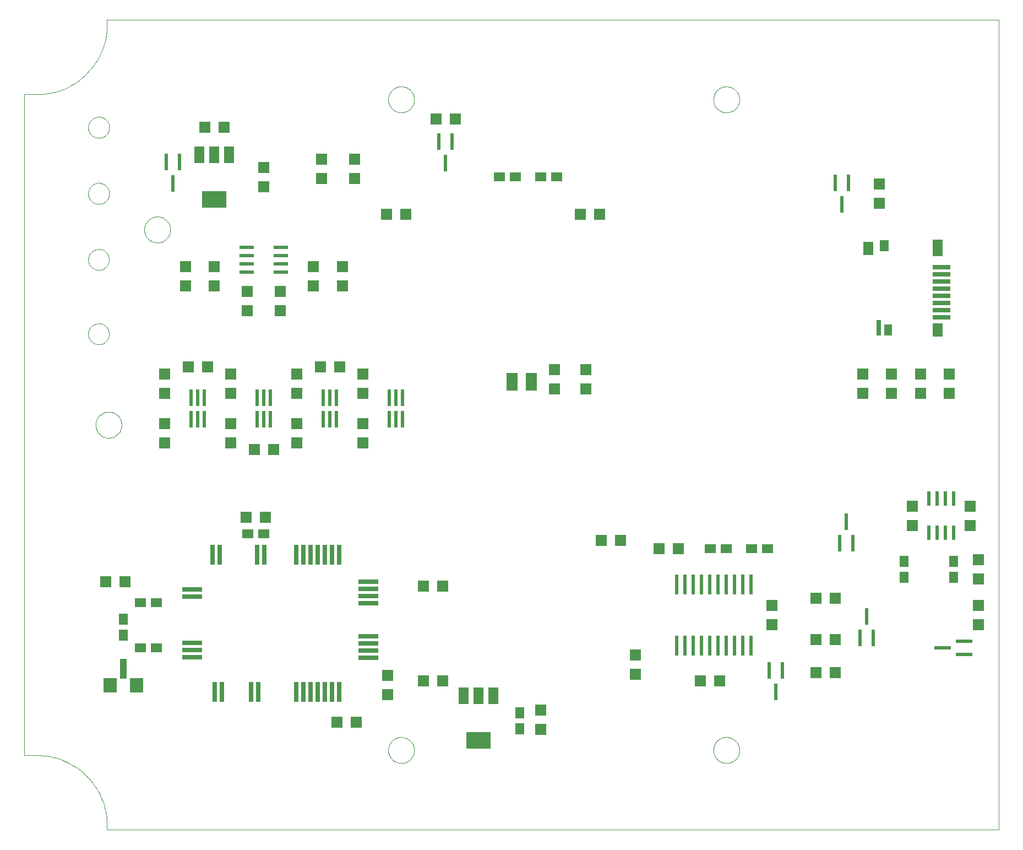
<source format=gtp>
G75*
G70*
%OFA0B0*%
%FSLAX24Y24*%
%IPPOS*%
%LPD*%
%AMOC8*
5,1,8,0,0,1.08239X$1,22.5*
%
%ADD10R,0.0709X0.0551*%
%ADD11R,0.0220X0.1020*%
%ADD12R,0.0240X0.0870*%
%ADD13R,0.0710X0.0709*%
%ADD14R,0.0709X0.0710*%
%ADD15R,0.1020X0.0220*%
%ADD16R,0.0709X0.1100*%
%ADD17R,0.1083X0.0276*%
%ADD18R,0.0591X0.0984*%
%ADD19R,0.0591X0.0827*%
%ADD20R,0.0512X0.0709*%
%ADD21R,0.0315X0.0965*%
%ADD22R,0.0551X0.0709*%
%ADD23R,0.0610X0.0787*%
%ADD24R,0.0240X0.1200*%
%ADD25R,0.0260X0.1200*%
%ADD26R,0.1200X0.0260*%
%ADD27R,0.0400X0.1200*%
%ADD28R,0.0840X0.0880*%
%ADD29C,0.0000*%
%ADD30R,0.0870X0.0240*%
%ADD31R,0.0600X0.1000*%
%ADD32R,0.1450X0.1000*%
D10*
X010193Y014175D03*
X011157Y014175D03*
X011157Y016925D03*
X010193Y016925D03*
X016693Y021075D03*
X017657Y021075D03*
X044693Y020175D03*
X045657Y020175D03*
X047193Y020175D03*
X048157Y020175D03*
X035407Y042675D03*
X034443Y042675D03*
X032907Y042675D03*
X031943Y042675D03*
D11*
X028675Y043525D03*
X028275Y044825D03*
X029075Y044825D03*
X012575Y043575D03*
X011775Y043575D03*
X012175Y042275D03*
X013275Y029325D03*
X013675Y029325D03*
X014075Y029325D03*
X014075Y028025D03*
X013675Y028025D03*
X013275Y028025D03*
X017275Y028025D03*
X017675Y028025D03*
X018075Y028025D03*
X018075Y029325D03*
X017675Y029325D03*
X017275Y029325D03*
X021275Y029325D03*
X021675Y029325D03*
X022075Y029325D03*
X022075Y028025D03*
X021675Y028025D03*
X021275Y028025D03*
X025275Y028025D03*
X025675Y028025D03*
X026075Y028025D03*
X026075Y029325D03*
X025675Y029325D03*
X025275Y029325D03*
X048275Y012825D03*
X049075Y012825D03*
X048675Y011525D03*
X053775Y014775D03*
X054575Y014775D03*
X054175Y016075D03*
X053325Y020525D03*
X052525Y020525D03*
X052925Y021825D03*
X052675Y041025D03*
X052275Y042325D03*
X053075Y042325D03*
D12*
X057925Y023205D03*
X058425Y023205D03*
X058925Y023205D03*
X059425Y023205D03*
X059425Y021145D03*
X058925Y021145D03*
X058425Y021145D03*
X057925Y021145D03*
D13*
X056925Y021585D03*
X056925Y022765D03*
X060425Y022765D03*
X060425Y021585D03*
X060925Y019515D03*
X060925Y018335D03*
X060925Y016765D03*
X060925Y015585D03*
X048425Y015585D03*
X048425Y016765D03*
X040175Y013765D03*
X040175Y012585D03*
X034425Y010415D03*
X034425Y009235D03*
X025175Y011335D03*
X025175Y012515D03*
X023675Y026585D03*
X023675Y027765D03*
X023675Y029585D03*
X023675Y030765D03*
X019675Y030765D03*
X019675Y029585D03*
X019675Y027765D03*
X019675Y026585D03*
X015675Y026585D03*
X015675Y027765D03*
X015675Y029585D03*
X015675Y030765D03*
X011675Y030765D03*
X011675Y029585D03*
X011675Y027765D03*
X011675Y026585D03*
X016675Y034585D03*
X016675Y035765D03*
X018675Y035765D03*
X018675Y034585D03*
X020675Y036085D03*
X020675Y037265D03*
X022425Y037265D03*
X022425Y036085D03*
X014675Y036085D03*
X014675Y037265D03*
X012925Y037265D03*
X012925Y036085D03*
X017675Y042085D03*
X017675Y043265D03*
X021175Y043765D03*
X023175Y043765D03*
X023175Y042585D03*
X021175Y042585D03*
X035275Y031015D03*
X037175Y031015D03*
X037175Y029835D03*
X035275Y029835D03*
X053925Y029585D03*
X055675Y029585D03*
X055675Y030765D03*
X053925Y030765D03*
X057425Y030765D03*
X057425Y029585D03*
X059175Y029585D03*
X059175Y030765D03*
X054925Y041085D03*
X054925Y042265D03*
D14*
X038015Y040425D03*
X036835Y040425D03*
X029265Y046175D03*
X028085Y046175D03*
X026265Y040425D03*
X025085Y040425D03*
X015265Y045675D03*
X014085Y045675D03*
X014265Y031175D03*
X013085Y031175D03*
X017085Y026175D03*
X018265Y026175D03*
X017765Y022075D03*
X016585Y022075D03*
X009265Y018175D03*
X008085Y018175D03*
X022085Y009675D03*
X023265Y009675D03*
X027335Y012175D03*
X028515Y012175D03*
X028515Y017925D03*
X027335Y017925D03*
X038085Y020675D03*
X039265Y020675D03*
X041585Y020175D03*
X042765Y020175D03*
X051085Y017175D03*
X052265Y017175D03*
X052265Y014675D03*
X051085Y014675D03*
X051085Y012675D03*
X052265Y012675D03*
X045265Y012175D03*
X044085Y012175D03*
X022265Y031175D03*
X021085Y031175D03*
D15*
X058775Y014175D03*
X060075Y013775D03*
X060075Y014575D03*
D16*
X033865Y030275D03*
X032685Y030275D03*
D17*
X058716Y034175D03*
X058716Y034608D03*
X058716Y035041D03*
X058716Y035474D03*
X058716Y035907D03*
X058716Y036340D03*
X058716Y036773D03*
X058716Y037206D03*
D18*
X058470Y038368D03*
D19*
X058470Y033427D03*
D20*
X055478Y033407D03*
D21*
X054888Y033535D03*
D22*
X055222Y038506D03*
X056425Y019407D03*
X056425Y018443D03*
X059425Y018443D03*
X059425Y019407D03*
X033175Y010257D03*
X033175Y009293D03*
X009175Y014943D03*
X009175Y015907D03*
D23*
X054268Y038348D03*
D24*
X047175Y018025D03*
X046675Y018025D03*
X046175Y018025D03*
X045675Y018025D03*
X045175Y018025D03*
X044675Y018025D03*
X044175Y018025D03*
X043675Y018025D03*
X043175Y018025D03*
X042675Y018025D03*
X042675Y014325D03*
X043175Y014325D03*
X043675Y014325D03*
X044175Y014325D03*
X044675Y014325D03*
X045175Y014325D03*
X045675Y014325D03*
X046175Y014325D03*
X046675Y014325D03*
X047175Y014325D03*
D25*
X022218Y011527D03*
X021785Y011527D03*
X021352Y011527D03*
X020919Y011527D03*
X020486Y011527D03*
X020053Y011527D03*
X019620Y011527D03*
X017336Y011527D03*
X016903Y011527D03*
X015132Y011527D03*
X014699Y011527D03*
X014581Y019823D03*
X015014Y019823D03*
X017258Y019823D03*
X017691Y019823D03*
X019620Y019823D03*
X020053Y019823D03*
X020486Y019823D03*
X020919Y019823D03*
X021352Y019823D03*
X021785Y019823D03*
X022218Y019823D03*
D26*
X024004Y018195D03*
X024004Y017762D03*
X024004Y017329D03*
X024004Y016895D03*
X024004Y014888D03*
X024004Y014455D03*
X024004Y014021D03*
X024004Y013588D03*
X013346Y013628D03*
X013346Y014061D03*
X013346Y014494D03*
X013346Y017289D03*
X013346Y017722D03*
D27*
X009175Y012925D03*
D28*
X008375Y011925D03*
X009975Y011925D03*
D29*
X003675Y007675D02*
X003884Y007682D01*
X004093Y007679D01*
X004301Y007665D01*
X004509Y007642D01*
X004715Y007608D01*
X004919Y007564D01*
X005121Y007510D01*
X005320Y007447D01*
X005516Y007374D01*
X005708Y007291D01*
X005895Y007199D01*
X006078Y007097D01*
X006256Y006987D01*
X006428Y006869D01*
X006594Y006742D01*
X006753Y006607D01*
X006906Y006464D01*
X007051Y006314D01*
X007189Y006157D01*
X007320Y005994D01*
X007442Y005824D01*
X007555Y005649D01*
X007660Y005468D01*
X007756Y005282D01*
X007842Y005092D01*
X007919Y004898D01*
X007987Y004700D01*
X008044Y004499D01*
X008092Y004296D01*
X008130Y004090D01*
X008157Y003883D01*
X008175Y003675D01*
X008175Y003175D01*
X062175Y003175D01*
X062175Y052175D01*
X008175Y052175D01*
X008175Y051675D01*
X008158Y051473D01*
X008132Y051272D01*
X008096Y051073D01*
X008051Y050875D01*
X007996Y050680D01*
X007932Y050488D01*
X007859Y050299D01*
X007777Y050113D01*
X007687Y049932D01*
X007588Y049756D01*
X007480Y049584D01*
X007365Y049417D01*
X007242Y049256D01*
X007111Y049102D01*
X006973Y048953D01*
X006828Y048811D01*
X006677Y048677D01*
X006519Y048550D01*
X006355Y048430D01*
X006186Y048318D01*
X006012Y048215D01*
X005833Y048120D01*
X005650Y048033D01*
X005463Y047956D01*
X005272Y047887D01*
X005079Y047827D01*
X004882Y047777D01*
X004684Y047736D01*
X004484Y047705D01*
X004282Y047683D01*
X004080Y047671D01*
X003878Y047668D01*
X003675Y047675D01*
X003175Y047675D01*
X003175Y007675D01*
X003675Y007675D01*
X025203Y007990D02*
X025205Y008046D01*
X025211Y008101D01*
X025221Y008155D01*
X025234Y008209D01*
X025252Y008262D01*
X025273Y008313D01*
X025297Y008363D01*
X025325Y008411D01*
X025357Y008457D01*
X025391Y008501D01*
X025429Y008542D01*
X025469Y008580D01*
X025512Y008615D01*
X025557Y008647D01*
X025605Y008676D01*
X025654Y008702D01*
X025705Y008724D01*
X025757Y008742D01*
X025811Y008756D01*
X025866Y008767D01*
X025921Y008774D01*
X025976Y008777D01*
X026032Y008776D01*
X026087Y008771D01*
X026142Y008762D01*
X026196Y008750D01*
X026249Y008733D01*
X026301Y008713D01*
X026351Y008689D01*
X026399Y008662D01*
X026446Y008632D01*
X026490Y008598D01*
X026532Y008561D01*
X026570Y008521D01*
X026607Y008479D01*
X026640Y008434D01*
X026669Y008388D01*
X026696Y008339D01*
X026718Y008288D01*
X026738Y008236D01*
X026753Y008182D01*
X026765Y008128D01*
X026773Y008073D01*
X026777Y008018D01*
X026777Y007962D01*
X026773Y007907D01*
X026765Y007852D01*
X026753Y007798D01*
X026738Y007744D01*
X026718Y007692D01*
X026696Y007641D01*
X026669Y007592D01*
X026640Y007546D01*
X026607Y007501D01*
X026570Y007459D01*
X026532Y007419D01*
X026490Y007382D01*
X026446Y007348D01*
X026399Y007318D01*
X026351Y007291D01*
X026301Y007267D01*
X026249Y007247D01*
X026196Y007230D01*
X026142Y007218D01*
X026087Y007209D01*
X026032Y007204D01*
X025976Y007203D01*
X025921Y007206D01*
X025866Y007213D01*
X025811Y007224D01*
X025757Y007238D01*
X025705Y007256D01*
X025654Y007278D01*
X025605Y007304D01*
X025557Y007333D01*
X025512Y007365D01*
X025469Y007400D01*
X025429Y007438D01*
X025391Y007479D01*
X025357Y007523D01*
X025325Y007569D01*
X025297Y007617D01*
X025273Y007667D01*
X025252Y007718D01*
X025234Y007771D01*
X025221Y007825D01*
X025211Y007879D01*
X025205Y007934D01*
X025203Y007990D01*
X044888Y007990D02*
X044890Y008046D01*
X044896Y008101D01*
X044906Y008155D01*
X044919Y008209D01*
X044937Y008262D01*
X044958Y008313D01*
X044982Y008363D01*
X045010Y008411D01*
X045042Y008457D01*
X045076Y008501D01*
X045114Y008542D01*
X045154Y008580D01*
X045197Y008615D01*
X045242Y008647D01*
X045290Y008676D01*
X045339Y008702D01*
X045390Y008724D01*
X045442Y008742D01*
X045496Y008756D01*
X045551Y008767D01*
X045606Y008774D01*
X045661Y008777D01*
X045717Y008776D01*
X045772Y008771D01*
X045827Y008762D01*
X045881Y008750D01*
X045934Y008733D01*
X045986Y008713D01*
X046036Y008689D01*
X046084Y008662D01*
X046131Y008632D01*
X046175Y008598D01*
X046217Y008561D01*
X046255Y008521D01*
X046292Y008479D01*
X046325Y008434D01*
X046354Y008388D01*
X046381Y008339D01*
X046403Y008288D01*
X046423Y008236D01*
X046438Y008182D01*
X046450Y008128D01*
X046458Y008073D01*
X046462Y008018D01*
X046462Y007962D01*
X046458Y007907D01*
X046450Y007852D01*
X046438Y007798D01*
X046423Y007744D01*
X046403Y007692D01*
X046381Y007641D01*
X046354Y007592D01*
X046325Y007546D01*
X046292Y007501D01*
X046255Y007459D01*
X046217Y007419D01*
X046175Y007382D01*
X046131Y007348D01*
X046084Y007318D01*
X046036Y007291D01*
X045986Y007267D01*
X045934Y007247D01*
X045881Y007230D01*
X045827Y007218D01*
X045772Y007209D01*
X045717Y007204D01*
X045661Y007203D01*
X045606Y007206D01*
X045551Y007213D01*
X045496Y007224D01*
X045442Y007238D01*
X045390Y007256D01*
X045339Y007278D01*
X045290Y007304D01*
X045242Y007333D01*
X045197Y007365D01*
X045154Y007400D01*
X045114Y007438D01*
X045076Y007479D01*
X045042Y007523D01*
X045010Y007569D01*
X044982Y007617D01*
X044958Y007667D01*
X044937Y007718D01*
X044919Y007771D01*
X044906Y007825D01*
X044896Y007879D01*
X044890Y007934D01*
X044888Y007990D01*
X007486Y027675D02*
X007488Y027731D01*
X007494Y027786D01*
X007504Y027840D01*
X007517Y027894D01*
X007535Y027947D01*
X007556Y027998D01*
X007580Y028048D01*
X007608Y028096D01*
X007640Y028142D01*
X007674Y028186D01*
X007712Y028227D01*
X007752Y028265D01*
X007795Y028300D01*
X007840Y028332D01*
X007888Y028361D01*
X007937Y028387D01*
X007988Y028409D01*
X008040Y028427D01*
X008094Y028441D01*
X008149Y028452D01*
X008204Y028459D01*
X008259Y028462D01*
X008315Y028461D01*
X008370Y028456D01*
X008425Y028447D01*
X008479Y028435D01*
X008532Y028418D01*
X008584Y028398D01*
X008634Y028374D01*
X008682Y028347D01*
X008729Y028317D01*
X008773Y028283D01*
X008815Y028246D01*
X008853Y028206D01*
X008890Y028164D01*
X008923Y028119D01*
X008952Y028073D01*
X008979Y028024D01*
X009001Y027973D01*
X009021Y027921D01*
X009036Y027867D01*
X009048Y027813D01*
X009056Y027758D01*
X009060Y027703D01*
X009060Y027647D01*
X009056Y027592D01*
X009048Y027537D01*
X009036Y027483D01*
X009021Y027429D01*
X009001Y027377D01*
X008979Y027326D01*
X008952Y027277D01*
X008923Y027231D01*
X008890Y027186D01*
X008853Y027144D01*
X008815Y027104D01*
X008773Y027067D01*
X008729Y027033D01*
X008682Y027003D01*
X008634Y026976D01*
X008584Y026952D01*
X008532Y026932D01*
X008479Y026915D01*
X008425Y026903D01*
X008370Y026894D01*
X008315Y026889D01*
X008259Y026888D01*
X008204Y026891D01*
X008149Y026898D01*
X008094Y026909D01*
X008040Y026923D01*
X007988Y026941D01*
X007937Y026963D01*
X007888Y026989D01*
X007840Y027018D01*
X007795Y027050D01*
X007752Y027085D01*
X007712Y027123D01*
X007674Y027164D01*
X007640Y027208D01*
X007608Y027254D01*
X007580Y027302D01*
X007556Y027352D01*
X007535Y027403D01*
X007517Y027456D01*
X007504Y027510D01*
X007494Y027564D01*
X007488Y027619D01*
X007486Y027675D01*
X007045Y033175D02*
X007047Y033225D01*
X007053Y033275D01*
X007063Y033324D01*
X007077Y033372D01*
X007094Y033419D01*
X007115Y033464D01*
X007140Y033508D01*
X007168Y033549D01*
X007200Y033588D01*
X007234Y033625D01*
X007271Y033659D01*
X007311Y033689D01*
X007353Y033716D01*
X007397Y033740D01*
X007443Y033761D01*
X007490Y033777D01*
X007538Y033790D01*
X007588Y033799D01*
X007637Y033804D01*
X007688Y033805D01*
X007738Y033802D01*
X007787Y033795D01*
X007836Y033784D01*
X007884Y033769D01*
X007930Y033751D01*
X007975Y033729D01*
X008018Y033703D01*
X008059Y033674D01*
X008098Y033642D01*
X008134Y033607D01*
X008166Y033569D01*
X008196Y033529D01*
X008223Y033486D01*
X008246Y033442D01*
X008265Y033396D01*
X008281Y033348D01*
X008293Y033299D01*
X008301Y033250D01*
X008305Y033200D01*
X008305Y033150D01*
X008301Y033100D01*
X008293Y033051D01*
X008281Y033002D01*
X008265Y032954D01*
X008246Y032908D01*
X008223Y032864D01*
X008196Y032821D01*
X008166Y032781D01*
X008134Y032743D01*
X008098Y032708D01*
X008059Y032676D01*
X008018Y032647D01*
X007975Y032621D01*
X007930Y032599D01*
X007884Y032581D01*
X007836Y032566D01*
X007787Y032555D01*
X007738Y032548D01*
X007688Y032545D01*
X007637Y032546D01*
X007588Y032551D01*
X007538Y032560D01*
X007490Y032573D01*
X007443Y032589D01*
X007397Y032610D01*
X007353Y032634D01*
X007311Y032661D01*
X007271Y032691D01*
X007234Y032725D01*
X007200Y032762D01*
X007168Y032801D01*
X007140Y032842D01*
X007115Y032886D01*
X007094Y032931D01*
X007077Y032978D01*
X007063Y033026D01*
X007053Y033075D01*
X007047Y033125D01*
X007045Y033175D01*
X007045Y037675D02*
X007047Y037725D01*
X007053Y037775D01*
X007063Y037824D01*
X007077Y037872D01*
X007094Y037919D01*
X007115Y037964D01*
X007140Y038008D01*
X007168Y038049D01*
X007200Y038088D01*
X007234Y038125D01*
X007271Y038159D01*
X007311Y038189D01*
X007353Y038216D01*
X007397Y038240D01*
X007443Y038261D01*
X007490Y038277D01*
X007538Y038290D01*
X007588Y038299D01*
X007637Y038304D01*
X007688Y038305D01*
X007738Y038302D01*
X007787Y038295D01*
X007836Y038284D01*
X007884Y038269D01*
X007930Y038251D01*
X007975Y038229D01*
X008018Y038203D01*
X008059Y038174D01*
X008098Y038142D01*
X008134Y038107D01*
X008166Y038069D01*
X008196Y038029D01*
X008223Y037986D01*
X008246Y037942D01*
X008265Y037896D01*
X008281Y037848D01*
X008293Y037799D01*
X008301Y037750D01*
X008305Y037700D01*
X008305Y037650D01*
X008301Y037600D01*
X008293Y037551D01*
X008281Y037502D01*
X008265Y037454D01*
X008246Y037408D01*
X008223Y037364D01*
X008196Y037321D01*
X008166Y037281D01*
X008134Y037243D01*
X008098Y037208D01*
X008059Y037176D01*
X008018Y037147D01*
X007975Y037121D01*
X007930Y037099D01*
X007884Y037081D01*
X007836Y037066D01*
X007787Y037055D01*
X007738Y037048D01*
X007688Y037045D01*
X007637Y037046D01*
X007588Y037051D01*
X007538Y037060D01*
X007490Y037073D01*
X007443Y037089D01*
X007397Y037110D01*
X007353Y037134D01*
X007311Y037161D01*
X007271Y037191D01*
X007234Y037225D01*
X007200Y037262D01*
X007168Y037301D01*
X007140Y037342D01*
X007115Y037386D01*
X007094Y037431D01*
X007077Y037478D01*
X007063Y037526D01*
X007053Y037575D01*
X007047Y037625D01*
X007045Y037675D01*
X010439Y039486D02*
X010441Y039542D01*
X010447Y039597D01*
X010457Y039651D01*
X010470Y039705D01*
X010488Y039758D01*
X010509Y039809D01*
X010533Y039859D01*
X010561Y039907D01*
X010593Y039953D01*
X010627Y039997D01*
X010665Y040038D01*
X010705Y040076D01*
X010748Y040111D01*
X010793Y040143D01*
X010841Y040172D01*
X010890Y040198D01*
X010941Y040220D01*
X010993Y040238D01*
X011047Y040252D01*
X011102Y040263D01*
X011157Y040270D01*
X011212Y040273D01*
X011268Y040272D01*
X011323Y040267D01*
X011378Y040258D01*
X011432Y040246D01*
X011485Y040229D01*
X011537Y040209D01*
X011587Y040185D01*
X011635Y040158D01*
X011682Y040128D01*
X011726Y040094D01*
X011768Y040057D01*
X011806Y040017D01*
X011843Y039975D01*
X011876Y039930D01*
X011905Y039884D01*
X011932Y039835D01*
X011954Y039784D01*
X011974Y039732D01*
X011989Y039678D01*
X012001Y039624D01*
X012009Y039569D01*
X012013Y039514D01*
X012013Y039458D01*
X012009Y039403D01*
X012001Y039348D01*
X011989Y039294D01*
X011974Y039240D01*
X011954Y039188D01*
X011932Y039137D01*
X011905Y039088D01*
X011876Y039042D01*
X011843Y038997D01*
X011806Y038955D01*
X011768Y038915D01*
X011726Y038878D01*
X011682Y038844D01*
X011635Y038814D01*
X011587Y038787D01*
X011537Y038763D01*
X011485Y038743D01*
X011432Y038726D01*
X011378Y038714D01*
X011323Y038705D01*
X011268Y038700D01*
X011212Y038699D01*
X011157Y038702D01*
X011102Y038709D01*
X011047Y038720D01*
X010993Y038734D01*
X010941Y038752D01*
X010890Y038774D01*
X010841Y038800D01*
X010793Y038829D01*
X010748Y038861D01*
X010705Y038896D01*
X010665Y038934D01*
X010627Y038975D01*
X010593Y039019D01*
X010561Y039065D01*
X010533Y039113D01*
X010509Y039163D01*
X010488Y039214D01*
X010470Y039267D01*
X010457Y039321D01*
X010447Y039375D01*
X010441Y039430D01*
X010439Y039486D01*
X007035Y041675D02*
X007037Y041725D01*
X007043Y041775D01*
X007053Y041824D01*
X007066Y041873D01*
X007084Y041920D01*
X007105Y041966D01*
X007129Y042009D01*
X007157Y042051D01*
X007188Y042091D01*
X007222Y042128D01*
X007259Y042162D01*
X007299Y042193D01*
X007341Y042221D01*
X007384Y042245D01*
X007430Y042266D01*
X007477Y042284D01*
X007526Y042297D01*
X007575Y042307D01*
X007625Y042313D01*
X007675Y042315D01*
X007725Y042313D01*
X007775Y042307D01*
X007824Y042297D01*
X007873Y042284D01*
X007920Y042266D01*
X007966Y042245D01*
X008009Y042221D01*
X008051Y042193D01*
X008091Y042162D01*
X008128Y042128D01*
X008162Y042091D01*
X008193Y042051D01*
X008221Y042009D01*
X008245Y041966D01*
X008266Y041920D01*
X008284Y041873D01*
X008297Y041824D01*
X008307Y041775D01*
X008313Y041725D01*
X008315Y041675D01*
X008313Y041625D01*
X008307Y041575D01*
X008297Y041526D01*
X008284Y041477D01*
X008266Y041430D01*
X008245Y041384D01*
X008221Y041341D01*
X008193Y041299D01*
X008162Y041259D01*
X008128Y041222D01*
X008091Y041188D01*
X008051Y041157D01*
X008009Y041129D01*
X007966Y041105D01*
X007920Y041084D01*
X007873Y041066D01*
X007824Y041053D01*
X007775Y041043D01*
X007725Y041037D01*
X007675Y041035D01*
X007625Y041037D01*
X007575Y041043D01*
X007526Y041053D01*
X007477Y041066D01*
X007430Y041084D01*
X007384Y041105D01*
X007341Y041129D01*
X007299Y041157D01*
X007259Y041188D01*
X007222Y041222D01*
X007188Y041259D01*
X007157Y041299D01*
X007129Y041341D01*
X007105Y041384D01*
X007084Y041430D01*
X007066Y041477D01*
X007053Y041526D01*
X007043Y041575D01*
X007037Y041625D01*
X007035Y041675D01*
X007035Y045675D02*
X007037Y045725D01*
X007043Y045775D01*
X007053Y045824D01*
X007066Y045873D01*
X007084Y045920D01*
X007105Y045966D01*
X007129Y046009D01*
X007157Y046051D01*
X007188Y046091D01*
X007222Y046128D01*
X007259Y046162D01*
X007299Y046193D01*
X007341Y046221D01*
X007384Y046245D01*
X007430Y046266D01*
X007477Y046284D01*
X007526Y046297D01*
X007575Y046307D01*
X007625Y046313D01*
X007675Y046315D01*
X007725Y046313D01*
X007775Y046307D01*
X007824Y046297D01*
X007873Y046284D01*
X007920Y046266D01*
X007966Y046245D01*
X008009Y046221D01*
X008051Y046193D01*
X008091Y046162D01*
X008128Y046128D01*
X008162Y046091D01*
X008193Y046051D01*
X008221Y046009D01*
X008245Y045966D01*
X008266Y045920D01*
X008284Y045873D01*
X008297Y045824D01*
X008307Y045775D01*
X008313Y045725D01*
X008315Y045675D01*
X008313Y045625D01*
X008307Y045575D01*
X008297Y045526D01*
X008284Y045477D01*
X008266Y045430D01*
X008245Y045384D01*
X008221Y045341D01*
X008193Y045299D01*
X008162Y045259D01*
X008128Y045222D01*
X008091Y045188D01*
X008051Y045157D01*
X008009Y045129D01*
X007966Y045105D01*
X007920Y045084D01*
X007873Y045066D01*
X007824Y045053D01*
X007775Y045043D01*
X007725Y045037D01*
X007675Y045035D01*
X007625Y045037D01*
X007575Y045043D01*
X007526Y045053D01*
X007477Y045066D01*
X007430Y045084D01*
X007384Y045105D01*
X007341Y045129D01*
X007299Y045157D01*
X007259Y045188D01*
X007222Y045222D01*
X007188Y045259D01*
X007157Y045299D01*
X007129Y045341D01*
X007105Y045384D01*
X007084Y045430D01*
X007066Y045477D01*
X007053Y045526D01*
X007043Y045575D01*
X007037Y045625D01*
X007035Y045675D01*
X025203Y047360D02*
X025205Y047416D01*
X025211Y047471D01*
X025221Y047525D01*
X025234Y047579D01*
X025252Y047632D01*
X025273Y047683D01*
X025297Y047733D01*
X025325Y047781D01*
X025357Y047827D01*
X025391Y047871D01*
X025429Y047912D01*
X025469Y047950D01*
X025512Y047985D01*
X025557Y048017D01*
X025605Y048046D01*
X025654Y048072D01*
X025705Y048094D01*
X025757Y048112D01*
X025811Y048126D01*
X025866Y048137D01*
X025921Y048144D01*
X025976Y048147D01*
X026032Y048146D01*
X026087Y048141D01*
X026142Y048132D01*
X026196Y048120D01*
X026249Y048103D01*
X026301Y048083D01*
X026351Y048059D01*
X026399Y048032D01*
X026446Y048002D01*
X026490Y047968D01*
X026532Y047931D01*
X026570Y047891D01*
X026607Y047849D01*
X026640Y047804D01*
X026669Y047758D01*
X026696Y047709D01*
X026718Y047658D01*
X026738Y047606D01*
X026753Y047552D01*
X026765Y047498D01*
X026773Y047443D01*
X026777Y047388D01*
X026777Y047332D01*
X026773Y047277D01*
X026765Y047222D01*
X026753Y047168D01*
X026738Y047114D01*
X026718Y047062D01*
X026696Y047011D01*
X026669Y046962D01*
X026640Y046916D01*
X026607Y046871D01*
X026570Y046829D01*
X026532Y046789D01*
X026490Y046752D01*
X026446Y046718D01*
X026399Y046688D01*
X026351Y046661D01*
X026301Y046637D01*
X026249Y046617D01*
X026196Y046600D01*
X026142Y046588D01*
X026087Y046579D01*
X026032Y046574D01*
X025976Y046573D01*
X025921Y046576D01*
X025866Y046583D01*
X025811Y046594D01*
X025757Y046608D01*
X025705Y046626D01*
X025654Y046648D01*
X025605Y046674D01*
X025557Y046703D01*
X025512Y046735D01*
X025469Y046770D01*
X025429Y046808D01*
X025391Y046849D01*
X025357Y046893D01*
X025325Y046939D01*
X025297Y046987D01*
X025273Y047037D01*
X025252Y047088D01*
X025234Y047141D01*
X025221Y047195D01*
X025211Y047249D01*
X025205Y047304D01*
X025203Y047360D01*
X044888Y047360D02*
X044890Y047416D01*
X044896Y047471D01*
X044906Y047525D01*
X044919Y047579D01*
X044937Y047632D01*
X044958Y047683D01*
X044982Y047733D01*
X045010Y047781D01*
X045042Y047827D01*
X045076Y047871D01*
X045114Y047912D01*
X045154Y047950D01*
X045197Y047985D01*
X045242Y048017D01*
X045290Y048046D01*
X045339Y048072D01*
X045390Y048094D01*
X045442Y048112D01*
X045496Y048126D01*
X045551Y048137D01*
X045606Y048144D01*
X045661Y048147D01*
X045717Y048146D01*
X045772Y048141D01*
X045827Y048132D01*
X045881Y048120D01*
X045934Y048103D01*
X045986Y048083D01*
X046036Y048059D01*
X046084Y048032D01*
X046131Y048002D01*
X046175Y047968D01*
X046217Y047931D01*
X046255Y047891D01*
X046292Y047849D01*
X046325Y047804D01*
X046354Y047758D01*
X046381Y047709D01*
X046403Y047658D01*
X046423Y047606D01*
X046438Y047552D01*
X046450Y047498D01*
X046458Y047443D01*
X046462Y047388D01*
X046462Y047332D01*
X046458Y047277D01*
X046450Y047222D01*
X046438Y047168D01*
X046423Y047114D01*
X046403Y047062D01*
X046381Y047011D01*
X046354Y046962D01*
X046325Y046916D01*
X046292Y046871D01*
X046255Y046829D01*
X046217Y046789D01*
X046175Y046752D01*
X046131Y046718D01*
X046084Y046688D01*
X046036Y046661D01*
X045986Y046637D01*
X045934Y046617D01*
X045881Y046600D01*
X045827Y046588D01*
X045772Y046579D01*
X045717Y046574D01*
X045661Y046573D01*
X045606Y046576D01*
X045551Y046583D01*
X045496Y046594D01*
X045442Y046608D01*
X045390Y046626D01*
X045339Y046648D01*
X045290Y046674D01*
X045242Y046703D01*
X045197Y046735D01*
X045154Y046770D01*
X045114Y046808D01*
X045076Y046849D01*
X045042Y046893D01*
X045010Y046939D01*
X044982Y046987D01*
X044958Y047037D01*
X044937Y047088D01*
X044919Y047141D01*
X044906Y047195D01*
X044896Y047249D01*
X044890Y047304D01*
X044888Y047360D01*
D30*
X018705Y038425D03*
X018705Y037925D03*
X018705Y037425D03*
X018705Y036925D03*
X016645Y036925D03*
X016645Y037425D03*
X016645Y037925D03*
X016645Y038425D03*
D31*
X015581Y044025D03*
X014675Y044025D03*
X013769Y044025D03*
X029769Y011275D03*
X030675Y011275D03*
X031581Y011275D03*
D32*
X030675Y008575D03*
X014675Y041325D03*
M02*

</source>
